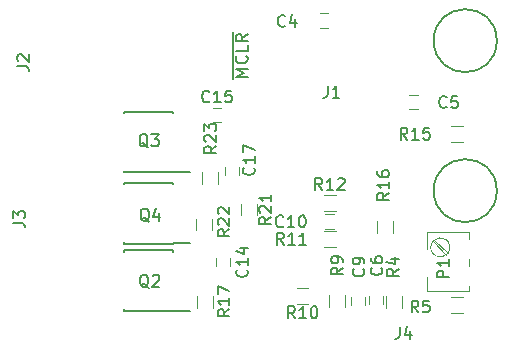
<source format=gbr>
G04 #@! TF.FileFunction,Legend,Top*
%FSLAX46Y46*%
G04 Gerber Fmt 4.6, Leading zero omitted, Abs format (unit mm)*
G04 Created by KiCad (PCBNEW 4.0.7) date 05/27/18 15:14:11*
%MOMM*%
%LPD*%
G01*
G04 APERTURE LIST*
%ADD10C,0.100000*%
%ADD11C,0.158750*%
%ADD12C,0.150000*%
%ADD13C,0.120000*%
G04 APERTURE END LIST*
D10*
D11*
X75542019Y-74155904D02*
X74526019Y-74155904D01*
X75251733Y-73817238D01*
X74526019Y-73478571D01*
X75542019Y-73478571D01*
X75445257Y-72414190D02*
X75493638Y-72462571D01*
X75542019Y-72607714D01*
X75542019Y-72704476D01*
X75493638Y-72849618D01*
X75396876Y-72946380D01*
X75300114Y-72994761D01*
X75106590Y-73043142D01*
X74961448Y-73043142D01*
X74767924Y-72994761D01*
X74671162Y-72946380D01*
X74574400Y-72849618D01*
X74526019Y-72704476D01*
X74526019Y-72607714D01*
X74574400Y-72462571D01*
X74622781Y-72414190D01*
X75542019Y-71494952D02*
X75542019Y-71978761D01*
X74526019Y-71978761D01*
X75542019Y-70575714D02*
X75058210Y-70914380D01*
X75542019Y-71156285D02*
X74526019Y-71156285D01*
X74526019Y-70769238D01*
X74574400Y-70672476D01*
X74622781Y-70624095D01*
X74719543Y-70575714D01*
X74864686Y-70575714D01*
X74961448Y-70624095D01*
X75009829Y-70672476D01*
X75058210Y-70769238D01*
X75058210Y-71156285D01*
X74350880Y-74397809D02*
X74350880Y-70382190D01*
D12*
X69258000Y-82267500D02*
X69258000Y-82217500D01*
X65108000Y-82267500D02*
X65108000Y-82122500D01*
X65108000Y-77117500D02*
X65108000Y-77262500D01*
X69258000Y-77117500D02*
X69258000Y-77262500D01*
X69258000Y-82267500D02*
X65108000Y-82267500D01*
X69258000Y-77117500D02*
X65108000Y-77117500D01*
X69258000Y-82217500D02*
X70658000Y-82217500D01*
D13*
X81692000Y-68805500D02*
X82392000Y-68805500D01*
X82392000Y-70005500D02*
X81692000Y-70005500D01*
X89248500Y-75727000D02*
X89948500Y-75727000D01*
X89948500Y-76927000D02*
X89248500Y-76927000D01*
X87267500Y-93718000D02*
X87267500Y-92718000D01*
X88627500Y-92718000D02*
X88627500Y-93718000D01*
X93781500Y-94152000D02*
X92781500Y-94152000D01*
X92781500Y-92792000D02*
X93781500Y-92792000D01*
X83801500Y-92654500D02*
X83801500Y-93654500D01*
X82441500Y-93654500D02*
X82441500Y-92654500D01*
X79700500Y-92030000D02*
X80700500Y-92030000D01*
X80700500Y-93390000D02*
X79700500Y-93390000D01*
X87023500Y-92741000D02*
X87023500Y-93441000D01*
X85823500Y-93441000D02*
X85823500Y-92741000D01*
X85499500Y-92804500D02*
X85499500Y-93504500D01*
X84299500Y-93504500D02*
X84299500Y-92804500D01*
X82136500Y-85823500D02*
X82836500Y-85823500D01*
X82836500Y-87023500D02*
X82136500Y-87023500D01*
X74069500Y-89502500D02*
X74069500Y-90202500D01*
X72869500Y-90202500D02*
X72869500Y-89502500D01*
X73311500Y-78006500D02*
X72611500Y-78006500D01*
X72611500Y-76806500D02*
X73311500Y-76806500D01*
X74831500Y-81819000D02*
X74831500Y-82519000D01*
X73631500Y-82519000D02*
X73631500Y-81819000D01*
X82050000Y-87267500D02*
X83050000Y-87267500D01*
X83050000Y-88627500D02*
X82050000Y-88627500D01*
X82050000Y-84156000D02*
X83050000Y-84156000D01*
X83050000Y-85516000D02*
X82050000Y-85516000D01*
X92781500Y-78314000D02*
X93781500Y-78314000D01*
X93781500Y-79674000D02*
X92781500Y-79674000D01*
X86505500Y-87368000D02*
X86505500Y-86368000D01*
X87865500Y-86368000D02*
X87865500Y-87368000D01*
X71265500Y-93718000D02*
X71265500Y-92718000D01*
X72625500Y-92718000D02*
X72625500Y-93718000D01*
X74948500Y-85907500D02*
X74948500Y-84907500D01*
X76308500Y-84907500D02*
X76308500Y-85907500D01*
X71138500Y-87177500D02*
X71138500Y-86177500D01*
X72498500Y-86177500D02*
X72498500Y-87177500D01*
X73070000Y-82240500D02*
X73070000Y-83240500D01*
X71710000Y-83240500D02*
X71710000Y-82240500D01*
D12*
X69258000Y-94015000D02*
X69258000Y-93965000D01*
X65108000Y-94015000D02*
X65108000Y-93870000D01*
X65108000Y-88865000D02*
X65108000Y-89010000D01*
X69258000Y-88865000D02*
X69258000Y-89010000D01*
X69258000Y-94015000D02*
X65108000Y-94015000D01*
X69258000Y-88865000D02*
X65108000Y-88865000D01*
X69258000Y-93965000D02*
X70658000Y-93965000D01*
X69258000Y-88300000D02*
X69258000Y-88250000D01*
X65108000Y-88300000D02*
X65108000Y-88155000D01*
X65108000Y-83150000D02*
X65108000Y-83295000D01*
X69258000Y-83150000D02*
X69258000Y-83295000D01*
X69258000Y-88300000D02*
X65108000Y-88300000D01*
X69258000Y-83150000D02*
X65108000Y-83150000D01*
X69258000Y-88250000D02*
X70658000Y-88250000D01*
D13*
X94329500Y-91896000D02*
X94329500Y-92276000D01*
X94329500Y-87356000D02*
X94329500Y-87936000D01*
X94329500Y-89596000D02*
X94329500Y-90236000D01*
X90709500Y-87356000D02*
X90709500Y-88736000D01*
X90709500Y-91096000D02*
X90709500Y-92276000D01*
X94329500Y-87356000D02*
X90709500Y-87356000D01*
X94329500Y-92276000D02*
X90709500Y-92276000D01*
X92379500Y-89226000D02*
X91249500Y-88106000D01*
X92479500Y-89136000D02*
X91349500Y-88006000D01*
X91069472Y-88742712D02*
G75*
G02X91059500Y-88616000I800028J126712D01*
G01*
X91060052Y-88629950D02*
G75*
G02X91099500Y-88866000I809448J13950D01*
G01*
D12*
X96647000Y-71120000D02*
G75*
G03X96647000Y-71120000I-2667000J0D01*
G01*
X96647000Y-83820000D02*
G75*
G03X96647000Y-83820000I-2667000J0D01*
G01*
X67113162Y-80151219D02*
X67017924Y-80103600D01*
X66922686Y-80008362D01*
X66779829Y-79865505D01*
X66684590Y-79817886D01*
X66589352Y-79817886D01*
X66636971Y-80055981D02*
X66541733Y-80008362D01*
X66446495Y-79913124D01*
X66398876Y-79722648D01*
X66398876Y-79389314D01*
X66446495Y-79198838D01*
X66541733Y-79103600D01*
X66636971Y-79055981D01*
X66827448Y-79055981D01*
X66922686Y-79103600D01*
X67017924Y-79198838D01*
X67065543Y-79389314D01*
X67065543Y-79722648D01*
X67017924Y-79913124D01*
X66922686Y-80008362D01*
X66827448Y-80055981D01*
X66636971Y-80055981D01*
X67398876Y-79055981D02*
X68017924Y-79055981D01*
X67684590Y-79436933D01*
X67827448Y-79436933D01*
X67922686Y-79484552D01*
X67970305Y-79532171D01*
X68017924Y-79627410D01*
X68017924Y-79865505D01*
X67970305Y-79960743D01*
X67922686Y-80008362D01*
X67827448Y-80055981D01*
X67541733Y-80055981D01*
X67446495Y-80008362D01*
X67398876Y-79960743D01*
X78725734Y-69851543D02*
X78678115Y-69899162D01*
X78535258Y-69946781D01*
X78440020Y-69946781D01*
X78297162Y-69899162D01*
X78201924Y-69803924D01*
X78154305Y-69708686D01*
X78106686Y-69518210D01*
X78106686Y-69375352D01*
X78154305Y-69184876D01*
X78201924Y-69089638D01*
X78297162Y-68994400D01*
X78440020Y-68946781D01*
X78535258Y-68946781D01*
X78678115Y-68994400D01*
X78725734Y-69042019D01*
X79582877Y-69280114D02*
X79582877Y-69946781D01*
X79344781Y-68899162D02*
X79106686Y-69613448D01*
X79725734Y-69613448D01*
X92390934Y-76709543D02*
X92343315Y-76757162D01*
X92200458Y-76804781D01*
X92105220Y-76804781D01*
X91962362Y-76757162D01*
X91867124Y-76661924D01*
X91819505Y-76566686D01*
X91771886Y-76376210D01*
X91771886Y-76233352D01*
X91819505Y-76042876D01*
X91867124Y-75947638D01*
X91962362Y-75852400D01*
X92105220Y-75804781D01*
X92200458Y-75804781D01*
X92343315Y-75852400D01*
X92390934Y-75900019D01*
X93295696Y-75804781D02*
X92819505Y-75804781D01*
X92771886Y-76280971D01*
X92819505Y-76233352D01*
X92914743Y-76185733D01*
X93152839Y-76185733D01*
X93248077Y-76233352D01*
X93295696Y-76280971D01*
X93343315Y-76376210D01*
X93343315Y-76614305D01*
X93295696Y-76709543D01*
X93248077Y-76757162D01*
X93152839Y-76804781D01*
X92914743Y-76804781D01*
X92819505Y-76757162D01*
X92771886Y-76709543D01*
X88336381Y-90438266D02*
X87860190Y-90771600D01*
X88336381Y-91009695D02*
X87336381Y-91009695D01*
X87336381Y-90628742D01*
X87384000Y-90533504D01*
X87431619Y-90485885D01*
X87526857Y-90438266D01*
X87669714Y-90438266D01*
X87764952Y-90485885D01*
X87812571Y-90533504D01*
X87860190Y-90628742D01*
X87860190Y-91009695D01*
X87669714Y-89581123D02*
X88336381Y-89581123D01*
X87288762Y-89819219D02*
X88003048Y-90057314D01*
X88003048Y-89438266D01*
X90003334Y-94127581D02*
X89670000Y-93651390D01*
X89431905Y-94127581D02*
X89431905Y-93127581D01*
X89812858Y-93127581D01*
X89908096Y-93175200D01*
X89955715Y-93222819D01*
X90003334Y-93318057D01*
X90003334Y-93460914D01*
X89955715Y-93556152D01*
X89908096Y-93603771D01*
X89812858Y-93651390D01*
X89431905Y-93651390D01*
X90908096Y-93127581D02*
X90431905Y-93127581D01*
X90384286Y-93603771D01*
X90431905Y-93556152D01*
X90527143Y-93508533D01*
X90765239Y-93508533D01*
X90860477Y-93556152D01*
X90908096Y-93603771D01*
X90955715Y-93699010D01*
X90955715Y-93937105D01*
X90908096Y-94032343D01*
X90860477Y-94079962D01*
X90765239Y-94127581D01*
X90527143Y-94127581D01*
X90431905Y-94079962D01*
X90384286Y-94032343D01*
X83611981Y-90336666D02*
X83135790Y-90670000D01*
X83611981Y-90908095D02*
X82611981Y-90908095D01*
X82611981Y-90527142D01*
X82659600Y-90431904D01*
X82707219Y-90384285D01*
X82802457Y-90336666D01*
X82945314Y-90336666D01*
X83040552Y-90384285D01*
X83088171Y-90431904D01*
X83135790Y-90527142D01*
X83135790Y-90908095D01*
X83611981Y-89860476D02*
X83611981Y-89670000D01*
X83564362Y-89574761D01*
X83516743Y-89527142D01*
X83373886Y-89431904D01*
X83183410Y-89384285D01*
X82802457Y-89384285D01*
X82707219Y-89431904D01*
X82659600Y-89479523D01*
X82611981Y-89574761D01*
X82611981Y-89765238D01*
X82659600Y-89860476D01*
X82707219Y-89908095D01*
X82802457Y-89955714D01*
X83040552Y-89955714D01*
X83135790Y-89908095D01*
X83183410Y-89860476D01*
X83231029Y-89765238D01*
X83231029Y-89574761D01*
X83183410Y-89479523D01*
X83135790Y-89431904D01*
X83040552Y-89384285D01*
X79557643Y-94612381D02*
X79224309Y-94136190D01*
X78986214Y-94612381D02*
X78986214Y-93612381D01*
X79367167Y-93612381D01*
X79462405Y-93660000D01*
X79510024Y-93707619D01*
X79557643Y-93802857D01*
X79557643Y-93945714D01*
X79510024Y-94040952D01*
X79462405Y-94088571D01*
X79367167Y-94136190D01*
X78986214Y-94136190D01*
X80510024Y-94612381D02*
X79938595Y-94612381D01*
X80224309Y-94612381D02*
X80224309Y-93612381D01*
X80129071Y-93755238D01*
X80033833Y-93850476D01*
X79938595Y-93898095D01*
X81129071Y-93612381D02*
X81224310Y-93612381D01*
X81319548Y-93660000D01*
X81367167Y-93707619D01*
X81414786Y-93802857D01*
X81462405Y-93993333D01*
X81462405Y-94231429D01*
X81414786Y-94421905D01*
X81367167Y-94517143D01*
X81319548Y-94564762D01*
X81224310Y-94612381D01*
X81129071Y-94612381D01*
X81033833Y-94564762D01*
X80986214Y-94517143D01*
X80938595Y-94421905D01*
X80890976Y-94231429D01*
X80890976Y-93993333D01*
X80938595Y-93802857D01*
X80986214Y-93707619D01*
X81033833Y-93660000D01*
X81129071Y-93612381D01*
X86869543Y-90336666D02*
X86917162Y-90384285D01*
X86964781Y-90527142D01*
X86964781Y-90622380D01*
X86917162Y-90765238D01*
X86821924Y-90860476D01*
X86726686Y-90908095D01*
X86536210Y-90955714D01*
X86393352Y-90955714D01*
X86202876Y-90908095D01*
X86107638Y-90860476D01*
X86012400Y-90765238D01*
X85964781Y-90622380D01*
X85964781Y-90527142D01*
X86012400Y-90384285D01*
X86060019Y-90336666D01*
X85964781Y-89479523D02*
X85964781Y-89670000D01*
X86012400Y-89765238D01*
X86060019Y-89812857D01*
X86202876Y-89908095D01*
X86393352Y-89955714D01*
X86774305Y-89955714D01*
X86869543Y-89908095D01*
X86917162Y-89860476D01*
X86964781Y-89765238D01*
X86964781Y-89574761D01*
X86917162Y-89479523D01*
X86869543Y-89431904D01*
X86774305Y-89384285D01*
X86536210Y-89384285D01*
X86440971Y-89431904D01*
X86393352Y-89479523D01*
X86345733Y-89574761D01*
X86345733Y-89765238D01*
X86393352Y-89860476D01*
X86440971Y-89908095D01*
X86536210Y-89955714D01*
X85345543Y-90438266D02*
X85393162Y-90485885D01*
X85440781Y-90628742D01*
X85440781Y-90723980D01*
X85393162Y-90866838D01*
X85297924Y-90962076D01*
X85202686Y-91009695D01*
X85012210Y-91057314D01*
X84869352Y-91057314D01*
X84678876Y-91009695D01*
X84583638Y-90962076D01*
X84488400Y-90866838D01*
X84440781Y-90723980D01*
X84440781Y-90628742D01*
X84488400Y-90485885D01*
X84536019Y-90438266D01*
X85440781Y-89962076D02*
X85440781Y-89771600D01*
X85393162Y-89676361D01*
X85345543Y-89628742D01*
X85202686Y-89533504D01*
X85012210Y-89485885D01*
X84631257Y-89485885D01*
X84536019Y-89533504D01*
X84488400Y-89581123D01*
X84440781Y-89676361D01*
X84440781Y-89866838D01*
X84488400Y-89962076D01*
X84536019Y-90009695D01*
X84631257Y-90057314D01*
X84869352Y-90057314D01*
X84964590Y-90009695D01*
X85012210Y-89962076D01*
X85059829Y-89866838D01*
X85059829Y-89676361D01*
X85012210Y-89581123D01*
X84964590Y-89533504D01*
X84869352Y-89485885D01*
X78554343Y-86818743D02*
X78506724Y-86866362D01*
X78363867Y-86913981D01*
X78268629Y-86913981D01*
X78125771Y-86866362D01*
X78030533Y-86771124D01*
X77982914Y-86675886D01*
X77935295Y-86485410D01*
X77935295Y-86342552D01*
X77982914Y-86152076D01*
X78030533Y-86056838D01*
X78125771Y-85961600D01*
X78268629Y-85913981D01*
X78363867Y-85913981D01*
X78506724Y-85961600D01*
X78554343Y-86009219D01*
X79506724Y-86913981D02*
X78935295Y-86913981D01*
X79221009Y-86913981D02*
X79221009Y-85913981D01*
X79125771Y-86056838D01*
X79030533Y-86152076D01*
X78935295Y-86199695D01*
X80125771Y-85913981D02*
X80221010Y-85913981D01*
X80316248Y-85961600D01*
X80363867Y-86009219D01*
X80411486Y-86104457D01*
X80459105Y-86294933D01*
X80459105Y-86533029D01*
X80411486Y-86723505D01*
X80363867Y-86818743D01*
X80316248Y-86866362D01*
X80221010Y-86913981D01*
X80125771Y-86913981D01*
X80030533Y-86866362D01*
X79982914Y-86818743D01*
X79935295Y-86723505D01*
X79887676Y-86533029D01*
X79887676Y-86294933D01*
X79935295Y-86104457D01*
X79982914Y-86009219D01*
X80030533Y-85961600D01*
X80125771Y-85913981D01*
X75490343Y-90508057D02*
X75537962Y-90555676D01*
X75585581Y-90698533D01*
X75585581Y-90793771D01*
X75537962Y-90936629D01*
X75442724Y-91031867D01*
X75347486Y-91079486D01*
X75157010Y-91127105D01*
X75014152Y-91127105D01*
X74823676Y-91079486D01*
X74728438Y-91031867D01*
X74633200Y-90936629D01*
X74585581Y-90793771D01*
X74585581Y-90698533D01*
X74633200Y-90555676D01*
X74680819Y-90508057D01*
X75585581Y-89555676D02*
X75585581Y-90127105D01*
X75585581Y-89841391D02*
X74585581Y-89841391D01*
X74728438Y-89936629D01*
X74823676Y-90031867D01*
X74871295Y-90127105D01*
X74918914Y-88698533D02*
X75585581Y-88698533D01*
X74537962Y-88936629D02*
X75252248Y-89174724D01*
X75252248Y-88555676D01*
X72305943Y-76252343D02*
X72258324Y-76299962D01*
X72115467Y-76347581D01*
X72020229Y-76347581D01*
X71877371Y-76299962D01*
X71782133Y-76204724D01*
X71734514Y-76109486D01*
X71686895Y-75919010D01*
X71686895Y-75776152D01*
X71734514Y-75585676D01*
X71782133Y-75490438D01*
X71877371Y-75395200D01*
X72020229Y-75347581D01*
X72115467Y-75347581D01*
X72258324Y-75395200D01*
X72305943Y-75442819D01*
X73258324Y-76347581D02*
X72686895Y-76347581D01*
X72972609Y-76347581D02*
X72972609Y-75347581D01*
X72877371Y-75490438D01*
X72782133Y-75585676D01*
X72686895Y-75633295D01*
X74163086Y-75347581D02*
X73686895Y-75347581D01*
X73639276Y-75823771D01*
X73686895Y-75776152D01*
X73782133Y-75728533D01*
X74020229Y-75728533D01*
X74115467Y-75776152D01*
X74163086Y-75823771D01*
X74210705Y-75919010D01*
X74210705Y-76157105D01*
X74163086Y-76252343D01*
X74115467Y-76299962D01*
X74020229Y-76347581D01*
X73782133Y-76347581D01*
X73686895Y-76299962D01*
X73639276Y-76252343D01*
X76049143Y-81872057D02*
X76096762Y-81919676D01*
X76144381Y-82062533D01*
X76144381Y-82157771D01*
X76096762Y-82300629D01*
X76001524Y-82395867D01*
X75906286Y-82443486D01*
X75715810Y-82491105D01*
X75572952Y-82491105D01*
X75382476Y-82443486D01*
X75287238Y-82395867D01*
X75192000Y-82300629D01*
X75144381Y-82157771D01*
X75144381Y-82062533D01*
X75192000Y-81919676D01*
X75239619Y-81872057D01*
X76144381Y-80919676D02*
X76144381Y-81491105D01*
X76144381Y-81205391D02*
X75144381Y-81205391D01*
X75287238Y-81300629D01*
X75382476Y-81395867D01*
X75430095Y-81491105D01*
X75144381Y-80586343D02*
X75144381Y-79919676D01*
X76144381Y-80348248D01*
X88414267Y-95362781D02*
X88414267Y-96077067D01*
X88366647Y-96219924D01*
X88271409Y-96315162D01*
X88128552Y-96362781D01*
X88033314Y-96362781D01*
X89319029Y-95696114D02*
X89319029Y-96362781D01*
X89080933Y-95315162D02*
X88842838Y-96029448D01*
X89461886Y-96029448D01*
X78605143Y-88387181D02*
X78271809Y-87910990D01*
X78033714Y-88387181D02*
X78033714Y-87387181D01*
X78414667Y-87387181D01*
X78509905Y-87434800D01*
X78557524Y-87482419D01*
X78605143Y-87577657D01*
X78605143Y-87720514D01*
X78557524Y-87815752D01*
X78509905Y-87863371D01*
X78414667Y-87910990D01*
X78033714Y-87910990D01*
X79557524Y-88387181D02*
X78986095Y-88387181D01*
X79271809Y-88387181D02*
X79271809Y-87387181D01*
X79176571Y-87530038D01*
X79081333Y-87625276D01*
X78986095Y-87672895D01*
X80509905Y-88387181D02*
X79938476Y-88387181D01*
X80224190Y-88387181D02*
X80224190Y-87387181D01*
X80128952Y-87530038D01*
X80033714Y-87625276D01*
X79938476Y-87672895D01*
X81856343Y-83764381D02*
X81523009Y-83288190D01*
X81284914Y-83764381D02*
X81284914Y-82764381D01*
X81665867Y-82764381D01*
X81761105Y-82812000D01*
X81808724Y-82859619D01*
X81856343Y-82954857D01*
X81856343Y-83097714D01*
X81808724Y-83192952D01*
X81761105Y-83240571D01*
X81665867Y-83288190D01*
X81284914Y-83288190D01*
X82808724Y-83764381D02*
X82237295Y-83764381D01*
X82523009Y-83764381D02*
X82523009Y-82764381D01*
X82427771Y-82907238D01*
X82332533Y-83002476D01*
X82237295Y-83050095D01*
X83189676Y-82859619D02*
X83237295Y-82812000D01*
X83332533Y-82764381D01*
X83570629Y-82764381D01*
X83665867Y-82812000D01*
X83713486Y-82859619D01*
X83761105Y-82954857D01*
X83761105Y-83050095D01*
X83713486Y-83192952D01*
X83142057Y-83764381D01*
X83761105Y-83764381D01*
X89069943Y-79497181D02*
X88736609Y-79020990D01*
X88498514Y-79497181D02*
X88498514Y-78497181D01*
X88879467Y-78497181D01*
X88974705Y-78544800D01*
X89022324Y-78592419D01*
X89069943Y-78687657D01*
X89069943Y-78830514D01*
X89022324Y-78925752D01*
X88974705Y-78973371D01*
X88879467Y-79020990D01*
X88498514Y-79020990D01*
X90022324Y-79497181D02*
X89450895Y-79497181D01*
X89736609Y-79497181D02*
X89736609Y-78497181D01*
X89641371Y-78640038D01*
X89546133Y-78735276D01*
X89450895Y-78782895D01*
X90927086Y-78497181D02*
X90450895Y-78497181D01*
X90403276Y-78973371D01*
X90450895Y-78925752D01*
X90546133Y-78878133D01*
X90784229Y-78878133D01*
X90879467Y-78925752D01*
X90927086Y-78973371D01*
X90974705Y-79068610D01*
X90974705Y-79306705D01*
X90927086Y-79401943D01*
X90879467Y-79449562D01*
X90784229Y-79497181D01*
X90546133Y-79497181D01*
X90450895Y-79449562D01*
X90403276Y-79401943D01*
X87523581Y-84005657D02*
X87047390Y-84338991D01*
X87523581Y-84577086D02*
X86523581Y-84577086D01*
X86523581Y-84196133D01*
X86571200Y-84100895D01*
X86618819Y-84053276D01*
X86714057Y-84005657D01*
X86856914Y-84005657D01*
X86952152Y-84053276D01*
X86999771Y-84100895D01*
X87047390Y-84196133D01*
X87047390Y-84577086D01*
X87523581Y-83053276D02*
X87523581Y-83624705D01*
X87523581Y-83338991D02*
X86523581Y-83338991D01*
X86666438Y-83434229D01*
X86761676Y-83529467D01*
X86809295Y-83624705D01*
X86523581Y-82196133D02*
X86523581Y-82386610D01*
X86571200Y-82481848D01*
X86618819Y-82529467D01*
X86761676Y-82624705D01*
X86952152Y-82672324D01*
X87333105Y-82672324D01*
X87428343Y-82624705D01*
X87475962Y-82577086D01*
X87523581Y-82481848D01*
X87523581Y-82291371D01*
X87475962Y-82196133D01*
X87428343Y-82148514D01*
X87333105Y-82100895D01*
X87095010Y-82100895D01*
X86999771Y-82148514D01*
X86952152Y-82196133D01*
X86904533Y-82291371D01*
X86904533Y-82481848D01*
X86952152Y-82577086D01*
X86999771Y-82624705D01*
X87095010Y-82672324D01*
X74010781Y-93860857D02*
X73534590Y-94194191D01*
X74010781Y-94432286D02*
X73010781Y-94432286D01*
X73010781Y-94051333D01*
X73058400Y-93956095D01*
X73106019Y-93908476D01*
X73201257Y-93860857D01*
X73344114Y-93860857D01*
X73439352Y-93908476D01*
X73486971Y-93956095D01*
X73534590Y-94051333D01*
X73534590Y-94432286D01*
X74010781Y-92908476D02*
X74010781Y-93479905D01*
X74010781Y-93194191D02*
X73010781Y-93194191D01*
X73153638Y-93289429D01*
X73248876Y-93384667D01*
X73296495Y-93479905D01*
X73010781Y-92575143D02*
X73010781Y-91908476D01*
X74010781Y-92337048D01*
X77530881Y-86050357D02*
X77054690Y-86383691D01*
X77530881Y-86621786D02*
X76530881Y-86621786D01*
X76530881Y-86240833D01*
X76578500Y-86145595D01*
X76626119Y-86097976D01*
X76721357Y-86050357D01*
X76864214Y-86050357D01*
X76959452Y-86097976D01*
X77007071Y-86145595D01*
X77054690Y-86240833D01*
X77054690Y-86621786D01*
X76626119Y-85669405D02*
X76578500Y-85621786D01*
X76530881Y-85526548D01*
X76530881Y-85288452D01*
X76578500Y-85193214D01*
X76626119Y-85145595D01*
X76721357Y-85097976D01*
X76816595Y-85097976D01*
X76959452Y-85145595D01*
X77530881Y-85717024D01*
X77530881Y-85097976D01*
X77530881Y-84145595D02*
X77530881Y-84717024D01*
X77530881Y-84431310D02*
X76530881Y-84431310D01*
X76673738Y-84526548D01*
X76768976Y-84621786D01*
X76816595Y-84717024D01*
X74010781Y-87104457D02*
X73534590Y-87437791D01*
X74010781Y-87675886D02*
X73010781Y-87675886D01*
X73010781Y-87294933D01*
X73058400Y-87199695D01*
X73106019Y-87152076D01*
X73201257Y-87104457D01*
X73344114Y-87104457D01*
X73439352Y-87152076D01*
X73486971Y-87199695D01*
X73534590Y-87294933D01*
X73534590Y-87675886D01*
X73106019Y-86723505D02*
X73058400Y-86675886D01*
X73010781Y-86580648D01*
X73010781Y-86342552D01*
X73058400Y-86247314D01*
X73106019Y-86199695D01*
X73201257Y-86152076D01*
X73296495Y-86152076D01*
X73439352Y-86199695D01*
X74010781Y-86771124D01*
X74010781Y-86152076D01*
X73106019Y-85771124D02*
X73058400Y-85723505D01*
X73010781Y-85628267D01*
X73010781Y-85390171D01*
X73058400Y-85294933D01*
X73106019Y-85247314D01*
X73201257Y-85199695D01*
X73296495Y-85199695D01*
X73439352Y-85247314D01*
X74010781Y-85818743D01*
X74010781Y-85199695D01*
X72893181Y-80043257D02*
X72416990Y-80376591D01*
X72893181Y-80614686D02*
X71893181Y-80614686D01*
X71893181Y-80233733D01*
X71940800Y-80138495D01*
X71988419Y-80090876D01*
X72083657Y-80043257D01*
X72226514Y-80043257D01*
X72321752Y-80090876D01*
X72369371Y-80138495D01*
X72416990Y-80233733D01*
X72416990Y-80614686D01*
X71988419Y-79662305D02*
X71940800Y-79614686D01*
X71893181Y-79519448D01*
X71893181Y-79281352D01*
X71940800Y-79186114D01*
X71988419Y-79138495D01*
X72083657Y-79090876D01*
X72178895Y-79090876D01*
X72321752Y-79138495D01*
X72893181Y-79709924D01*
X72893181Y-79090876D01*
X71893181Y-78757543D02*
X71893181Y-78138495D01*
X72274133Y-78471829D01*
X72274133Y-78328971D01*
X72321752Y-78233733D01*
X72369371Y-78186114D01*
X72464610Y-78138495D01*
X72702705Y-78138495D01*
X72797943Y-78186114D01*
X72845562Y-78233733D01*
X72893181Y-78328971D01*
X72893181Y-78614686D01*
X72845562Y-78709924D01*
X72797943Y-78757543D01*
X67163962Y-92038419D02*
X67068724Y-91990800D01*
X66973486Y-91895562D01*
X66830629Y-91752705D01*
X66735390Y-91705086D01*
X66640152Y-91705086D01*
X66687771Y-91943181D02*
X66592533Y-91895562D01*
X66497295Y-91800324D01*
X66449676Y-91609848D01*
X66449676Y-91276514D01*
X66497295Y-91086038D01*
X66592533Y-90990800D01*
X66687771Y-90943181D01*
X66878248Y-90943181D01*
X66973486Y-90990800D01*
X67068724Y-91086038D01*
X67116343Y-91276514D01*
X67116343Y-91609848D01*
X67068724Y-91800324D01*
X66973486Y-91895562D01*
X66878248Y-91943181D01*
X66687771Y-91943181D01*
X67497295Y-91038419D02*
X67544914Y-90990800D01*
X67640152Y-90943181D01*
X67878248Y-90943181D01*
X67973486Y-90990800D01*
X68021105Y-91038419D01*
X68068724Y-91133657D01*
X68068724Y-91228895D01*
X68021105Y-91371752D01*
X67449676Y-91943181D01*
X68068724Y-91943181D01*
X67214762Y-86450419D02*
X67119524Y-86402800D01*
X67024286Y-86307562D01*
X66881429Y-86164705D01*
X66786190Y-86117086D01*
X66690952Y-86117086D01*
X66738571Y-86355181D02*
X66643333Y-86307562D01*
X66548095Y-86212324D01*
X66500476Y-86021848D01*
X66500476Y-85688514D01*
X66548095Y-85498038D01*
X66643333Y-85402800D01*
X66738571Y-85355181D01*
X66929048Y-85355181D01*
X67024286Y-85402800D01*
X67119524Y-85498038D01*
X67167143Y-85688514D01*
X67167143Y-86021848D01*
X67119524Y-86212324D01*
X67024286Y-86307562D01*
X66929048Y-86355181D01*
X66738571Y-86355181D01*
X68024286Y-85688514D02*
X68024286Y-86355181D01*
X67786190Y-85307562D02*
X67548095Y-86021848D01*
X68167143Y-86021848D01*
X92603581Y-91162095D02*
X91603581Y-91162095D01*
X91603581Y-90781142D01*
X91651200Y-90685904D01*
X91698819Y-90638285D01*
X91794057Y-90590666D01*
X91936914Y-90590666D01*
X92032152Y-90638285D01*
X92079771Y-90685904D01*
X92127390Y-90781142D01*
X92127390Y-91162095D01*
X92603581Y-89638285D02*
X92603581Y-90209714D01*
X92603581Y-89924000D02*
X91603581Y-89924000D01*
X91746438Y-90019238D01*
X91841676Y-90114476D01*
X91889295Y-90209714D01*
X82318267Y-74941181D02*
X82318267Y-75655467D01*
X82270647Y-75798324D01*
X82175409Y-75893562D01*
X82032552Y-75941181D01*
X81937314Y-75941181D01*
X83318267Y-75941181D02*
X82746838Y-75941181D01*
X83032552Y-75941181D02*
X83032552Y-74941181D01*
X82937314Y-75084038D01*
X82842076Y-75179276D01*
X82746838Y-75226895D01*
X56043581Y-73282133D02*
X56757867Y-73282133D01*
X56900724Y-73329753D01*
X56995962Y-73424991D01*
X57043581Y-73567848D01*
X57043581Y-73663086D01*
X56138819Y-72853562D02*
X56091200Y-72805943D01*
X56043581Y-72710705D01*
X56043581Y-72472609D01*
X56091200Y-72377371D01*
X56138819Y-72329752D01*
X56234057Y-72282133D01*
X56329295Y-72282133D01*
X56472152Y-72329752D01*
X57043581Y-72901181D01*
X57043581Y-72282133D01*
X55687981Y-86540933D02*
X56402267Y-86540933D01*
X56545124Y-86588553D01*
X56640362Y-86683791D01*
X56687981Y-86826648D01*
X56687981Y-86921886D01*
X55687981Y-86159981D02*
X55687981Y-85540933D01*
X56068933Y-85874267D01*
X56068933Y-85731409D01*
X56116552Y-85636171D01*
X56164171Y-85588552D01*
X56259410Y-85540933D01*
X56497505Y-85540933D01*
X56592743Y-85588552D01*
X56640362Y-85636171D01*
X56687981Y-85731409D01*
X56687981Y-86017124D01*
X56640362Y-86112362D01*
X56592743Y-86159981D01*
M02*

</source>
